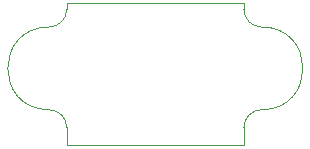
<source format=gm1>
G04 #@! TF.GenerationSoftware,KiCad,Pcbnew,6.0.9-8da3e8f707~116~ubuntu20.04.1*
G04 #@! TF.CreationDate,2023-04-16T17:58:49+00:00*
G04 #@! TF.ProjectId,LEC005001,4c454330-3035-4303-9031-2e6b69636164,rev?*
G04 #@! TF.SameCoordinates,Original*
G04 #@! TF.FileFunction,Profile,NP*
%FSLAX46Y46*%
G04 Gerber Fmt 4.6, Leading zero omitted, Abs format (unit mm)*
G04 Created by KiCad (PCBNEW 6.0.9-8da3e8f707~116~ubuntu20.04.1) date 2023-04-16 17:58:49*
%MOMM*%
%LPD*%
G01*
G04 APERTURE LIST*
G04 #@! TA.AperFunction,Profile*
%ADD10C,0.050000*%
G04 #@! TD*
G04 APERTURE END LIST*
D10*
X149000000Y-98000000D02*
X134000000Y-98000000D01*
X149000000Y-98000000D02*
X149000000Y-96500000D01*
X134000000Y-98000000D02*
X134000000Y-96500000D01*
X150500000Y-95000000D02*
G75*
G03*
X150500000Y-88000000I0J3500000D01*
G01*
X134000000Y-86000000D02*
X149000000Y-86000000D01*
X149000000Y-86500000D02*
G75*
G03*
X150500000Y-88000000I1500000J0D01*
G01*
X134000000Y-96500000D02*
G75*
G03*
X132500000Y-95000000I-1500000J0D01*
G01*
X150500000Y-95000000D02*
G75*
G03*
X149000000Y-96500000I0J-1500000D01*
G01*
X132500000Y-88000000D02*
G75*
G03*
X132500000Y-95000000I0J-3500000D01*
G01*
X132500000Y-88000000D02*
G75*
G03*
X134000000Y-86500000I0J1500000D01*
G01*
X134000000Y-86500000D02*
X134000000Y-86000000D01*
X149000000Y-86000000D02*
X149000000Y-86500000D01*
M02*

</source>
